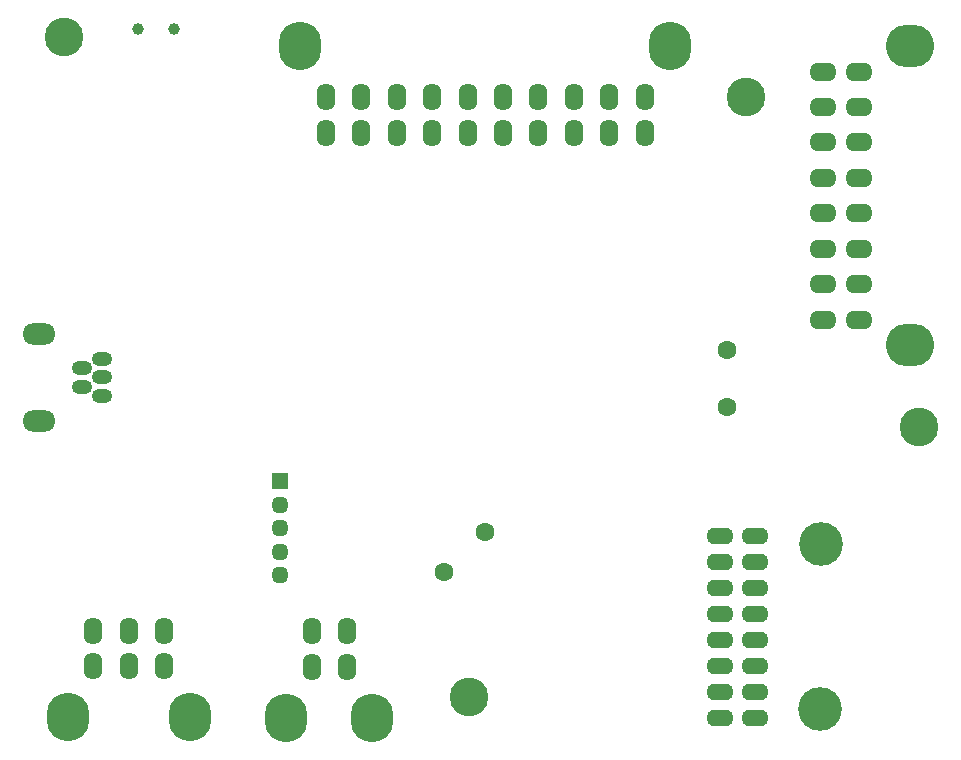
<source format=gbr>
G04 #@! TF.GenerationSoftware,KiCad,Pcbnew,(5.1.2)-2*
G04 #@! TF.CreationDate,2020-12-28T14:20:28-08:00*
G04 #@! TF.ProjectId,eZ_Navi-Delete,655a5f4e-6176-4692-9d44-656c6574652e,rev?*
G04 #@! TF.SameCoordinates,PX9347200PY548a170*
G04 #@! TF.FileFunction,Soldermask,Bot*
G04 #@! TF.FilePolarity,Negative*
%FSLAX46Y46*%
G04 Gerber Fmt 4.6, Leading zero omitted, Abs format (unit mm)*
G04 Created by KiCad (PCBNEW (5.1.2)-2) date 2020-12-28 14:20:28*
%MOMM*%
%LPD*%
G04 APERTURE LIST*
%ADD10O,1.451600X1.451600*%
%ADD11R,1.451600X1.451600*%
%ADD12C,1.001600*%
%ADD13O,1.601600X2.301600*%
%ADD14O,3.601600X4.101600*%
%ADD15O,2.301600X1.601600*%
%ADD16O,4.101600X3.601600*%
%ADD17O,1.751600X1.201600*%
%ADD18O,2.801600X1.801600*%
%ADD19C,1.601600*%
%ADD20O,2.301600X1.401600*%
%ADD21C,3.701600*%
%ADD22C,3.276600*%
G04 APERTURE END LIST*
D10*
X-21209000Y-16636000D03*
X-21209000Y-14636000D03*
X-21209000Y-12636000D03*
X-21209000Y-10636000D03*
D11*
X-21209000Y-8636000D03*
D12*
X-33173800Y29591000D03*
X-30173800Y29591000D03*
D13*
X-2310000Y23852000D03*
X-2310000Y20852000D03*
X-5310000Y23852000D03*
X-5310000Y20852000D03*
X6690000Y23852000D03*
X6690000Y20852000D03*
X3690000Y23852000D03*
X3690000Y20852000D03*
X690000Y23852000D03*
X690000Y20852000D03*
X-8310000Y23852000D03*
X-8310000Y20852000D03*
X-14310000Y23852000D03*
X-14310000Y20852000D03*
D14*
X-19460000Y28172000D03*
X11840000Y28172000D03*
D13*
X-17310000Y23852000D03*
X-11310000Y23852000D03*
X9690000Y23852000D03*
X9690000Y20852000D03*
X-11310000Y20852000D03*
X-17310000Y20852000D03*
D15*
X27813000Y8018000D03*
X24813000Y8018000D03*
X27813000Y11018000D03*
X24813000Y11018000D03*
X27813000Y14018000D03*
X24813000Y14018000D03*
X27813000Y17018000D03*
X24813000Y17018000D03*
X27813000Y23018000D03*
X24813000Y23018000D03*
D16*
X32133000Y28178000D03*
X32133000Y2858000D03*
D15*
X27813000Y26018000D03*
X27813000Y20018000D03*
X27813000Y5018000D03*
X24813000Y5018000D03*
X24813000Y20018000D03*
X24813000Y26018000D03*
D14*
X-28828000Y-28656000D03*
X-39148000Y-28656000D03*
D13*
X-30988000Y-24336000D03*
X-33988000Y-24336000D03*
X-36988000Y-24336000D03*
X-36988000Y-21336000D03*
X-30988000Y-21336000D03*
X-33988000Y-21336000D03*
D14*
X-13358000Y-28680000D03*
X-20678000Y-28680000D03*
D13*
X-15518000Y-24360000D03*
X-18518000Y-24360000D03*
X-18518000Y-21360000D03*
X-15518000Y-21360000D03*
D17*
X-36232000Y1727000D03*
X-36232000Y-1473000D03*
X-36232000Y127000D03*
X-37982000Y927000D03*
X-37982000Y-673000D03*
D18*
X-41557000Y3777000D03*
X-41557000Y-3523000D03*
D19*
X16637000Y-2413000D03*
X16637000Y2467000D03*
X-3851819Y-12932319D03*
X-7302500Y-16383000D03*
D20*
X16038000Y-19870000D03*
X16038000Y-13270000D03*
X19038000Y-28670000D03*
X16038000Y-28670000D03*
X19038000Y-26470000D03*
X16038000Y-26470000D03*
X19038000Y-24270000D03*
X16038000Y-24270000D03*
X19038000Y-22070000D03*
X16038000Y-22070000D03*
X19038000Y-19870000D03*
X19038000Y-17670000D03*
X16038000Y-17670000D03*
X19038000Y-15470000D03*
X16038000Y-15470000D03*
X19038000Y-13270000D03*
D21*
X24638000Y-13970000D03*
X24538000Y-27970000D03*
D22*
X-39497000Y28956000D03*
X18288000Y23876000D03*
X32893000Y-4064000D03*
X-5207000Y-26924000D03*
M02*

</source>
